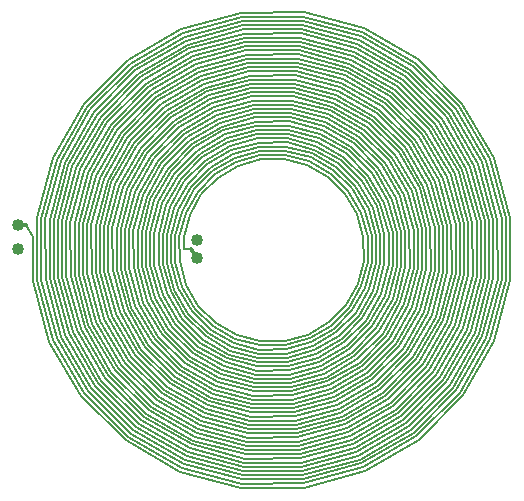
<source format=gbl>
G04*
G04 #@! TF.GenerationSoftware,Altium Limited,Altium Designer,23.7.1 (13)*
G04*
G04 Layer_Physical_Order=4*
G04 Layer_Color=16711680*
%FSLAX25Y25*%
%MOIN*%
G70*
G04*
G04 #@! TF.SameCoordinates,EF7137CB-2ACC-42BF-A9FD-E08E9475024B*
G04*
G04*
G04 #@! TF.FilePolarity,Positive*
G04*
G01*
G75*
%ADD26C,0.01400*%
%ADD28C,0.00799*%
%ADD29C,0.04000*%
D26*
X99815Y99547D02*
X102061Y96547D01*
X42419Y107547D02*
X44819D01*
D28*
X47219Y99547D02*
X47277Y89032D01*
X52774Y68742D01*
X63327Y50580D01*
X78211Y35778D01*
X96406Y25341D01*
X116666Y19972D01*
X137611Y20030D01*
X157812Y25504D01*
X175895Y36011D01*
X190632Y50830D01*
X201023Y68944D01*
X206368Y89117D01*
X206310Y109969D02*
X206368Y89117D01*
X200860Y130081D02*
X206310Y109969D01*
X190399Y148085D02*
X200860Y130081D01*
X175645Y162756D02*
X190399Y148085D01*
X157610Y173102D02*
X175645Y162756D01*
X137527Y178423D02*
X157610Y173102D01*
X116766Y178364D02*
X137527Y178423D01*
X96742Y172939D02*
X116766Y178364D01*
X78819Y162523D02*
X96742Y172939D01*
X64212Y147835D02*
X78819Y162523D01*
X53913Y129879D02*
X64212Y147835D01*
X48616Y109885D02*
X53913Y129879D01*
X48616Y109885D02*
X48674Y89216D01*
X54076Y69281D01*
X64445Y51437D01*
X79069Y36896D01*
X96945Y26643D01*
X116850Y21369D01*
X137427Y21427D01*
X157273Y26805D01*
X175038Y37129D01*
X189514Y51688D01*
X199721Y69484D01*
X204971Y89300D01*
X204913Y109785D02*
X204971Y89300D01*
X199558Y129542D02*
X204913Y109785D01*
X189281Y147227D02*
X199558Y129542D01*
X174787Y161638D02*
X189281Y147227D01*
X157071Y171800D02*
X174787Y161638D01*
X137343Y177026D02*
X157071Y171800D01*
X116950Y176967D02*
X137343Y177026D01*
X97282Y171637D02*
X116950Y176967D01*
X79677Y161406D02*
X97282Y171637D01*
X65330Y146977D02*
X79677Y161406D01*
X55215Y129340D02*
X65330Y146977D01*
X50013Y109701D02*
X55215Y129340D01*
X50013Y109701D02*
X50071Y89400D01*
X55378Y69821D01*
X65563Y52295D01*
X79927Y38014D01*
X97484Y27944D01*
X117034Y22766D01*
X137243Y22824D01*
X156734Y28107D01*
X174180Y38247D01*
X188396Y52545D01*
X198419Y70023D01*
X203574Y89484D01*
X203516Y109601D02*
X203574Y89484D01*
X198257Y129003D02*
X203516Y109601D01*
X188163Y146369D02*
X198257Y129003D01*
X173930Y160521D02*
X188163Y146369D01*
X156532Y170498D02*
X173930Y160521D01*
X137159Y175629D02*
X156532Y170498D01*
X117134Y175570D02*
X137159Y175629D01*
X97821Y170335D02*
X117134Y175570D01*
X80534Y160288D02*
X97821Y170335D01*
X66448Y146119D02*
X80534Y160288D01*
X56517Y128801D02*
X66448Y146119D01*
X51410Y109517D02*
X56517Y128801D01*
X51410Y109517D02*
X51468Y89584D01*
X56679Y70360D01*
X66681Y53153D01*
X80785Y39132D01*
X98023Y29246D01*
X117218Y24163D01*
X137059Y24221D01*
X156195Y29409D01*
X173322Y39365D01*
X187278Y53403D01*
X197118Y70562D01*
X202177Y89668D01*
X202119Y109417D02*
X202177Y89668D01*
X196955Y128464D02*
X202119Y109417D01*
X187045Y145512D02*
X196955Y128464D01*
X173072Y159403D02*
X187045Y145512D01*
X155992Y169196D02*
X173072Y159403D01*
X136975Y174232D02*
X155992Y169196D01*
X117318Y174173D02*
X136975Y174232D01*
X98360Y169034D02*
X117318Y174173D01*
X81392Y159170D02*
X98360Y169034D01*
X67566Y145261D02*
X81392Y159170D01*
X57819Y128262D02*
X67566Y145261D01*
X52807Y109333D02*
X57819Y128262D01*
X52807Y109333D02*
X52865Y89768D01*
X57981Y70899D01*
X67799Y54011D01*
X81642Y40250D01*
X98562Y30548D01*
X117402Y25560D01*
X136875Y25618D01*
X155655Y30711D01*
X172464Y40483D01*
X186160Y54261D01*
X195816Y71101D01*
X200780Y89852D01*
X200722Y109233D02*
X200780Y89852D01*
X195653Y127925D02*
X200722Y109233D01*
X185927Y144654D02*
X195653Y127925D01*
X172214Y158285D02*
X185927Y144654D01*
X155453Y167894D02*
X172214Y158285D01*
X136791Y172835D02*
X155453Y167894D01*
X117502Y172776D02*
X136791Y172835D01*
X98899Y167732D02*
X117502Y172776D01*
X82250Y158052D02*
X98899Y167732D01*
X68684Y144404D02*
X82250Y158052D01*
X59120Y127722D02*
X68684Y144404D01*
X54204Y109149D02*
X59120Y127722D01*
X54204Y109149D02*
X54262Y89952D01*
X59283Y71438D01*
X68917Y54868D01*
X82500Y41368D01*
X99102Y31850D01*
X117586Y26957D01*
X136691Y27015D01*
X155116Y32013D01*
X171606Y41600D01*
X185042Y55119D01*
X194514Y71640D01*
X199383Y90036D01*
X199325Y109050D02*
X199383Y90036D01*
X194351Y127385D02*
X199325Y109050D01*
X184809Y143796D02*
X194351Y127385D01*
X171356Y157167D02*
X184809Y143796D01*
X154914Y166593D02*
X171356Y157167D01*
X136607Y171438D02*
X154914Y166593D01*
X117686Y171379D02*
X136607Y171438D01*
X99439Y166430D02*
X117686Y171379D01*
X83108Y156934D02*
X99439Y166430D01*
X69802Y143546D02*
X83108Y156934D01*
X60422Y127183D02*
X69802Y143546D01*
X55601Y108965D02*
X60422Y127183D01*
X55601Y108965D02*
X55659Y90136D01*
X60585Y71978D01*
X70035Y55726D01*
X83358Y42485D01*
X99641Y33152D01*
X117770Y28354D01*
X136508Y28412D01*
X154577Y33314D01*
X170749Y42718D01*
X183924Y55976D01*
X193212Y72180D01*
X197986Y90220D01*
X197928Y108866D02*
X197986Y90220D01*
X193050Y126846D02*
X197928Y108866D01*
X183692Y142938D02*
X193050Y126846D01*
X170498Y156049D02*
X183692Y142938D01*
X154375Y165291D02*
X170498Y156049D01*
X136423Y170041D02*
X154375Y165291D01*
X117870Y169982D02*
X136423Y170041D01*
X99978Y165128D02*
X117870Y169982D01*
X83965Y155816D02*
X99978Y165128D01*
X70920Y142688D02*
X83965Y155816D01*
X61724Y126644D02*
X70920Y142688D01*
X56998Y108781D02*
X61724Y126644D01*
X56998Y108781D02*
X57056Y90320D01*
X61887Y72517D01*
X71153Y56584D01*
X84216Y43603D01*
X100180Y34453D01*
X117954Y29751D01*
X136324Y29809D01*
X154038Y34616D01*
X169891Y43836D01*
X182807Y56834D01*
X191910Y72719D01*
X196589Y90404D01*
X196531Y108682D02*
X196589Y90404D01*
X191748Y126307D02*
X196531Y108682D01*
X182574Y142080D02*
X191748Y126307D01*
X169641Y154931D02*
X182574Y142080D01*
X153835Y163989D02*
X169641Y154931D01*
X136239Y168644D02*
X153835Y163989D01*
X118053Y168585D02*
X136239Y168644D01*
X100517Y163826D02*
X118053Y168585D01*
X84823Y154698D02*
X100517Y163826D01*
X72038Y141830D02*
X84823Y154698D01*
X63026Y126105D02*
X72038Y141830D01*
X58395Y108598D02*
X63026Y126105D01*
X58395Y108598D02*
X58453Y90504D01*
X63188Y73056D01*
X72271Y57442D01*
X85074Y44721D01*
X100719Y35755D01*
X118138Y31148D01*
X136140Y31206D01*
X153498Y35918D01*
X169033Y44954D01*
X181689Y57692D01*
X190609Y73258D01*
X195192Y90588D01*
X195134Y108498D02*
X195192Y90588D01*
X190446Y125768D02*
X195134Y108498D01*
X181456Y141223D02*
X190446Y125768D01*
X168783Y153813D02*
X181456Y141223D01*
X153296Y162687D02*
X168783Y153813D01*
X136056Y167247D02*
X153296Y162687D01*
X118237Y167188D02*
X136056Y167247D01*
X101056Y162524D02*
X118237Y167188D01*
X85681Y153580D02*
X101056Y162524D01*
X73155Y140972D02*
X85681Y153580D01*
X64328Y125566D02*
X73155Y140972D01*
X59792Y108414D02*
X64328Y125566D01*
X59792Y108414D02*
X59850Y90687D01*
X64490Y73595D01*
X73388Y58300D01*
X85931Y45839D01*
X101259Y37057D01*
X118322Y32545D01*
X135956Y32603D01*
X152959Y37220D01*
X168175Y46072D01*
X180571Y58550D01*
X189307Y73797D01*
X193795Y90772D01*
X193737Y108314D02*
X193795Y90772D01*
X189144Y125229D02*
X193737Y108314D01*
X180338Y140365D02*
X189144Y125229D01*
X167925Y152695D02*
X180338Y140365D01*
X152757Y161386D02*
X167925Y152695D01*
X135872Y165850D02*
X152757Y161386D01*
X118421Y165791D02*
X135872Y165850D01*
X101595Y161223D02*
X118421Y165791D01*
X86539Y152462D02*
X101595Y161223D01*
X74273Y140115D02*
X86539Y152462D01*
X65629Y125026D02*
X74273Y140115D01*
X61189Y108230D02*
X65629Y125026D01*
X61189Y108230D02*
X61247Y90871D01*
X65792Y74134D01*
X74506Y59157D01*
X86789Y46957D01*
X101798Y38359D01*
X118506Y33942D01*
X135772Y34000D01*
X152420Y38522D01*
X167317Y47190D01*
X179453Y59408D01*
X188005Y74337D01*
X192398Y90956D01*
X192340Y108130D02*
X192398Y90956D01*
X187842Y124689D02*
X192340Y108130D01*
X179220Y139507D02*
X187842Y124689D01*
X167067Y151577D02*
X179220Y139507D01*
X152218Y160084D02*
X167067Y151577D01*
X135688Y164453D02*
X152218Y160084D01*
X118605Y164394D02*
X135688Y164453D01*
X102135Y159921D02*
X118605Y164394D01*
X87397Y151345D02*
X102135Y159921D01*
X75391Y139257D02*
X87397Y151345D01*
X66931Y124487D02*
X75391Y139257D01*
X62586Y108046D02*
X66931Y124487D01*
X62586Y108046D02*
X62644Y91055D01*
X67094Y74674D01*
X75624Y60015D01*
X87647Y48075D01*
X102337Y39661D01*
X118690Y35339D01*
X135588Y35397D01*
X151881Y39823D01*
X166460Y48308D01*
X178335Y60265D01*
X186703Y74876D01*
X191001Y91140D01*
X190943Y107946D02*
X191001Y91140D01*
X186540Y124150D02*
X190943Y107946D01*
X178102Y138649D02*
X186540Y124150D01*
X166209Y150460D02*
X178102Y138649D01*
X151679Y158782D02*
X166209Y150460D01*
X135504Y163056D02*
X151679Y158782D01*
X118789Y162997D02*
X135504Y163056D01*
X102674Y158619D02*
X118789Y162997D01*
X88254Y150227D02*
X102674Y158619D01*
X76509Y138399D02*
X88254Y150227D01*
X68233Y123948D02*
X76509Y138399D01*
X63983Y107862D02*
X68233Y123948D01*
X63983Y107862D02*
X64041Y91239D01*
X68396Y75213D01*
X76742Y60873D01*
X88505Y49193D01*
X102876Y40962D01*
X118873Y36736D01*
X135404Y36794D01*
X151342Y41125D01*
X165602Y49426D01*
X177217Y61123D01*
X185401Y75415D01*
X189604Y91324D01*
X189546Y107762D02*
X189604Y91324D01*
X185239Y123611D02*
X189546Y107762D01*
X176984Y137792D02*
X185239Y123611D01*
X165352Y149342D02*
X176984Y137792D01*
X151139Y157480D02*
X165352Y149342D01*
X135320Y161659D02*
X151139Y157480D01*
X118973Y161600D02*
X135320Y161659D01*
X103213Y157317D02*
X118973Y161600D01*
X89112Y149109D02*
X103213Y157317D01*
X77627Y137541D02*
X89112Y149109D01*
X69535Y123409D02*
X77627Y137541D01*
X65380Y107678D02*
X69535Y123409D01*
X65380Y107678D02*
X65438Y91423D01*
X69697Y75752D01*
X77860Y61731D01*
X89362Y50310D01*
X103415Y42264D01*
X119057Y38133D01*
X135220Y38191D01*
X150802Y42427D01*
X164744Y50543D01*
X176099Y61981D01*
X184100Y75954D01*
X188207Y91507D01*
X188149Y107578D02*
X188207Y91507D01*
X183937Y123072D02*
X188149Y107578D01*
X175866Y136934D02*
X183937Y123072D01*
X164494Y148224D02*
X175866Y136934D01*
X150600Y156178D02*
X164494Y148224D01*
X135136Y160262D02*
X150600Y156178D01*
X119157Y160203D02*
X135136Y160262D01*
X103752Y156016D02*
X119157Y160203D01*
X89970Y147991D02*
X103752Y156016D01*
X78745Y136684D02*
X89970Y147991D01*
X70836Y122869D02*
X78745Y136684D01*
X66777Y107494D02*
X70836Y122869D01*
X66777Y107494D02*
X66835Y91607D01*
X70999Y76291D01*
X78978Y62589D01*
X90220Y51428D01*
X103955Y43566D01*
X119241Y39530D01*
X135036Y39588D01*
X150263Y43729D01*
X163886Y51661D01*
X174981Y62839D01*
X182798Y76494D01*
X186810Y91691D01*
X186752Y107394D02*
X186810Y91691D01*
X182635Y122532D02*
X186752Y107394D01*
X174749Y136076D02*
X182635Y122532D01*
X163636Y147106D02*
X174749Y136076D01*
X150061Y154876D02*
X163636Y147106D01*
X134952Y158865D02*
X150061Y154876D01*
X119341Y158806D02*
X134952Y158865D01*
X104292Y154714D02*
X119341Y158806D01*
X90828Y146873D02*
X104292Y154714D01*
X79863Y135826D02*
X90828Y146873D01*
X72138Y122330D02*
X79863Y135826D01*
X68174Y107310D02*
X72138Y122330D01*
X68174Y107310D02*
X68232Y91791D01*
X72301Y76831D01*
X80096Y63446D01*
X91078Y52546D01*
X104494Y44868D01*
X119425Y40927D01*
X134852Y40985D01*
X149724Y45031D01*
X163029Y52779D01*
X173864Y63696D01*
X181496Y77033D01*
X185413Y91875D01*
X185355Y107210D02*
X185413Y91875D01*
X181333Y121993D02*
X185355Y107210D01*
X173631Y135218D02*
X181333Y121993D01*
X162778Y145988D02*
X173631Y135218D01*
X149522Y153575D02*
X162778Y145988D01*
X134768Y157468D02*
X149522Y153575D01*
X119525Y157409D02*
X134768Y157468D01*
X104831Y153412D02*
X119525Y157409D01*
X91685Y145755D02*
X104831Y153412D01*
X80981Y134968D02*
X91685Y145755D01*
X73440Y121791D02*
X80981Y134968D01*
X69571Y107126D02*
X73440Y121791D01*
X69571Y107126D02*
X69629Y91975D01*
X73603Y77370D01*
X81213Y64304D01*
X91936Y53664D01*
X105033Y46170D01*
X119609Y42324D01*
X134668Y42382D01*
X149185Y46332D01*
X162171Y53897D01*
X172746Y64554D01*
X180194Y77572D01*
X184016Y92059D01*
X183958Y107027D02*
X184016Y92059D01*
X180032Y121454D02*
X183958Y107027D01*
X172513Y134360D02*
X180032Y121454D01*
X161921Y144870D02*
X172513Y134360D01*
X148983Y152273D02*
X161921Y144870D01*
X134584Y156071D02*
X148983Y152273D01*
X119709Y156012D02*
X134584Y156071D01*
X105370Y152110D02*
X119709Y156012D01*
X92543Y144637D02*
X105370Y152110D01*
X82099Y134110D02*
X92543Y144637D01*
X74742Y121252D02*
X82099Y134110D01*
X70968Y106942D02*
X74742Y121252D01*
X70968Y106942D02*
X71026Y92159D01*
X74905Y77909D01*
X82331Y65162D01*
X92794Y54782D01*
X105572Y47471D01*
X119793Y43721D01*
X134485Y43779D01*
X148645Y47634D01*
X161313Y55015D01*
X171628Y65412D01*
X178893Y78111D01*
X182619Y92243D01*
X182561Y106843D02*
X182619Y92243D01*
X178730Y120915D02*
X182561Y106843D01*
X171395Y133503D02*
X178730Y120915D01*
X161063Y143752D02*
X171395Y133503D01*
X148443Y150971D02*
X161063Y143752D01*
X134400Y154674D02*
X148443Y150971D01*
X119893Y154615D02*
X134400Y154674D01*
X105909Y150808D02*
X119893Y154615D01*
X93401Y143519D02*
X105909Y150808D01*
X83216Y133253D02*
X93401Y143519D01*
X76044Y120713D02*
X83216Y133253D01*
X72365Y106758D02*
X76044Y120713D01*
X72365Y106758D02*
X72423Y92343D01*
X76206Y78448D01*
X83449Y66020D01*
X93651Y55900D01*
X106112Y48773D01*
X119977Y45118D01*
X134301Y45176D01*
X148106Y48936D01*
X160455Y56133D01*
X170510Y66270D01*
X177591Y78650D01*
X181222Y92427D01*
X181164Y106659D02*
X181222Y92427D01*
X177428Y120376D02*
X181164Y106659D01*
X170277Y132645D02*
X177428Y120376D01*
X160205Y142634D02*
X170277Y132645D01*
X147904Y149669D02*
X160205Y142634D01*
X134216Y153277D02*
X147904Y149669D01*
X120077Y153218D02*
X134216Y153277D01*
X106448Y149507D02*
X120077Y153218D01*
X94259Y142402D02*
X106448Y149507D01*
X84334Y132395D02*
X94259Y142402D01*
X77345Y120173D02*
X84334Y132395D01*
X73762Y106574D02*
X77345Y120173D01*
X73762Y106574D02*
X73820Y92527D01*
X77508Y78987D01*
X84567Y66877D01*
X94509Y57018D01*
X106651Y50075D01*
X120161Y46515D01*
X134117Y46573D01*
X147567Y50238D01*
X159598Y57251D01*
X169392Y67128D01*
X176289Y79190D01*
X179825Y92611D01*
X179767Y106475D02*
X179825Y92611D01*
X176126Y119836D02*
X179767Y106475D01*
X169159Y131787D02*
X176126Y119836D01*
X159347Y141517D02*
X169159Y131787D01*
X147365Y148368D02*
X159347Y141517D01*
X134032Y151880D02*
X147365Y148368D01*
X120261Y151821D02*
X134032Y151880D01*
X106988Y148205D02*
X120261Y151821D01*
X95117Y141284D02*
X106988Y148205D01*
X85452Y131537D02*
X95117Y141284D01*
X78647Y119634D02*
X85452Y131537D01*
X75159Y106391D02*
X78647Y119634D01*
X75159Y106391D02*
X75217Y92711D01*
X78810Y79527D01*
X85685Y67735D01*
X95367Y58136D01*
X107190Y51377D01*
X120345Y47912D01*
X133933Y47970D01*
X147028Y51539D01*
X158740Y58368D01*
X168274Y67985D01*
X174987Y79729D01*
X178428Y92795D01*
X178370Y106291D02*
X178428Y92795D01*
X174824Y119297D02*
X178370Y106291D01*
X168041Y130929D02*
X174824Y119297D01*
X158490Y140399D02*
X168041Y130929D01*
X146826Y147066D02*
X158490Y140399D01*
X133849Y150483D02*
X146826Y147066D01*
X120444Y150424D02*
X133849Y150483D01*
X107527Y146903D02*
X120444Y150424D01*
X95974Y140166D02*
X107527Y146903D01*
X86570Y130679D02*
X95974Y140166D01*
X79949Y119095D02*
X86570Y130679D01*
X76556Y106207D02*
X79949Y119095D01*
X76556Y106207D02*
X76614Y92895D01*
X80112Y80066D01*
X86803Y68593D01*
X96225Y59254D01*
X107729Y52679D01*
X120529Y49309D01*
X133749Y49367D01*
X146489Y52841D01*
X157882Y59486D01*
X167156Y68843D01*
X173685Y80268D01*
X177031Y92979D01*
X176973Y106107D02*
X177031Y92979D01*
X173523Y118758D02*
X176973Y106107D01*
X166923Y130071D02*
X173523Y118758D01*
X157632Y139281D02*
X166923Y130071D01*
X146286Y145764D02*
X157632Y139281D01*
X133665Y149086D02*
X146286Y145764D01*
X120628Y149027D02*
X133665Y149086D01*
X108066Y145601D02*
X120628Y149027D01*
X96832Y139048D02*
X108066Y145601D01*
X87688Y129821D02*
X96832Y139048D01*
X81251Y118556D02*
X87688Y129821D01*
X77953Y106023D02*
X81251Y118556D01*
X77953Y106023D02*
X78011Y93078D01*
X81414Y80605D01*
X87921Y69451D01*
X97082Y60371D01*
X108268Y53980D01*
X120713Y50706D01*
X133565Y50764D01*
X145949Y54143D01*
X157024Y60604D01*
X166038Y69701D01*
X172383Y80807D01*
X175634Y93163D01*
X175576Y105923D02*
X175634Y93163D01*
X172221Y118219D02*
X175576Y105923D01*
X165805Y129214D02*
X172221Y118219D01*
X156774Y138163D02*
X165805Y129214D01*
X145747Y144462D02*
X156774Y138163D01*
X133481Y147689D02*
X145747Y144462D01*
X120812Y147630D02*
X133481Y147689D01*
X108605Y144299D02*
X120812Y147630D01*
X97690Y137930D02*
X108605Y144299D01*
X88806Y128964D02*
X97690Y137930D01*
X82553Y118016D02*
X88806Y128964D01*
X79350Y105839D02*
X82553Y118016D01*
X79350Y105839D02*
X79408Y93262D01*
X82715Y81144D01*
X89039Y70309D01*
X97940Y61489D01*
X108808Y55282D01*
X120896Y52103D01*
X133381Y52161D01*
X145410Y55445D01*
X156166Y61722D01*
X164920Y70559D01*
X171082Y81346D01*
X174237Y93347D01*
X174179Y105739D02*
X174237Y93347D01*
X170919Y117679D02*
X174179Y105739D01*
X164688Y128356D02*
X170919Y117679D01*
X155916Y137045D02*
X164688Y128356D01*
X145208Y143160D02*
X155916Y137045D01*
X133297Y146292D02*
X145208Y143160D01*
X120996Y146233D02*
X133297Y146292D01*
X109145Y142998D02*
X120996Y146233D01*
X98548Y136812D02*
X109145Y142998D01*
X89924Y128106D02*
X98548Y136812D01*
X83854Y117477D02*
X89924Y128106D01*
X80747Y105655D02*
X83854Y117477D01*
X80747Y105655D02*
X80805Y93446D01*
X84017Y81683D01*
X90157Y71166D01*
X98798Y62607D01*
X109347Y56584D01*
X121081Y53500D01*
X133197Y53558D01*
X144871Y56747D01*
X155309Y62840D01*
X163803Y71416D01*
X169780Y81886D01*
X172840Y93530D01*
X172782Y105555D02*
X172840Y93530D01*
X169617Y117140D02*
X172782Y105555D01*
X163570Y127498D02*
X169617Y117140D01*
X155058Y135927D02*
X163570Y127498D01*
X144669Y141858D02*
X155058Y135927D01*
X133113Y144895D02*
X144669Y141858D01*
X121180Y144836D02*
X133113Y144895D01*
X109684Y141696D02*
X121180Y144836D01*
X99405Y135694D02*
X109684Y141696D01*
X91041Y127248D02*
X99405Y135694D01*
X85156Y116938D02*
X91041Y127248D01*
X82144Y105471D02*
X85156Y116938D01*
X82144Y105471D02*
X82202Y93630D01*
X85319Y82223D01*
X91274Y72024D01*
X99656Y63725D01*
X109886Y57886D01*
X121264Y54897D01*
X133013Y54955D01*
X144332Y58048D01*
X154451Y63958D01*
X162685Y72274D01*
X168478Y82425D01*
X171443Y93714D01*
X171385Y105371D02*
X171443Y93714D01*
X168315Y116601D02*
X171385Y105371D01*
X162452Y126640D02*
X168315Y116601D01*
X154201Y134809D02*
X162452Y126640D01*
X144130Y140557D02*
X154201Y134809D01*
X132929Y143498D02*
X144130Y140557D01*
X121364Y143439D02*
X132929Y143498D01*
X110223Y140394D02*
X121364Y143439D01*
X100263Y134576D02*
X110223Y140394D01*
X92159Y126390D02*
X100263Y134576D01*
X86458Y116399D02*
X92159Y126390D01*
X83541Y105287D02*
X86458Y116399D01*
X83541Y105287D02*
X83599Y93814D01*
X86621Y82762D01*
X92392Y72882D01*
X100514Y64843D01*
X110425Y59188D01*
X121448Y56294D01*
X132829Y56352D01*
X143792Y59350D01*
X153593Y65076D01*
X161567Y73132D01*
X167176Y82964D01*
X170046Y93898D01*
X169988Y105187D02*
X170046Y93898D01*
X167014Y116062D02*
X169988Y105187D01*
X161334Y125783D02*
X167014Y116062D01*
X153343Y133692D02*
X161334Y125783D01*
X143590Y139255D02*
X153343Y133692D01*
X132745Y142101D02*
X143590Y139255D01*
X121548Y142042D02*
X132745Y142101D01*
X110762Y139092D02*
X121548Y142042D01*
X101121Y133459D02*
X110762Y139092D01*
X93277Y125532D02*
X101121Y133459D01*
X87760Y115859D02*
X93277Y125532D01*
X84938Y105103D02*
X87760Y115859D01*
X84938Y105103D02*
X84996Y93998D01*
X87923Y83301D01*
X93510Y73740D01*
X101371Y65961D01*
X110965Y60489D01*
X121632Y57691D01*
X132645Y57749D01*
X143253Y60652D01*
X152735Y66194D01*
X160449Y73990D01*
X165875Y83503D01*
X168649Y94082D01*
X168591Y105003D02*
X168649Y94082D01*
X165712Y115523D02*
X168591Y105003D01*
X160216Y124925D02*
X165712Y115523D01*
X152485Y132574D02*
X160216Y124925D01*
X143051Y137953D02*
X152485Y132574D01*
X132561Y140704D02*
X143051Y137953D01*
X121732Y140645D02*
X132561Y140704D01*
X111302Y137790D02*
X121732Y140645D01*
X101979Y132341D02*
X111302Y137790D01*
X94395Y124675D02*
X101979Y132341D01*
X89062Y115320D02*
X94395Y124675D01*
X86335Y104919D02*
X89062Y115320D01*
X86335Y104919D02*
X86393Y94182D01*
X89224Y83840D01*
X94628Y74597D01*
X102229Y67079D01*
X111504Y61791D01*
X121816Y59088D01*
X132461Y59146D01*
X142714Y61954D01*
X151877Y67312D01*
X159331Y74848D01*
X164573Y84043D01*
X167252Y94266D01*
X167194Y104820D02*
X167252Y94266D01*
X164410Y114983D02*
X167194Y104820D01*
X159098Y124067D02*
X164410Y114983D01*
X151627Y131456D02*
X159098Y124067D01*
X142512Y136651D02*
X151627Y131456D01*
X132377Y139307D02*
X142512Y136651D01*
X121916Y139248D02*
X132377Y139307D01*
X111841Y136489D02*
X121916Y139248D01*
X102837Y131223D02*
X111841Y136489D01*
X95513Y123817D02*
X102837Y131223D01*
X90363Y114781D02*
X95513Y123817D01*
X87732Y104735D02*
X90363Y114781D01*
X87732Y104735D02*
X87790Y94366D01*
X90526Y84380D01*
X95746Y75455D01*
X103087Y68196D01*
X112043Y63093D01*
X122000Y60485D01*
X132278Y60543D01*
X142175Y63256D01*
X151020Y68429D01*
X158213Y75705D01*
X163271Y84582D01*
X165855Y94450D01*
X165797Y104636D02*
X165855Y94450D01*
X163108Y114444D02*
X165797Y104636D01*
X157980Y123209D02*
X163108Y114444D01*
X150769Y130338D02*
X157980Y123209D01*
X141973Y135350D02*
X150769Y130338D01*
X132193Y137910D02*
X141973Y135350D01*
X122100Y137851D02*
X132193Y137910D01*
X112380Y135187D02*
X122100Y137851D01*
X103694Y130105D02*
X112380Y135187D01*
X96631Y122959D02*
X103694Y130105D01*
X91665Y114242D02*
X96631Y122959D01*
X89129Y104551D02*
X91665Y114242D01*
X89129Y104551D02*
X89187Y94550D01*
X91828Y84919D01*
X96864Y76313D01*
X103945Y69314D01*
X112582Y64395D01*
X122184Y61882D01*
X132094Y61940D01*
X141636Y64557D01*
X150162Y69547D01*
X157095Y76563D01*
X161969Y85121D01*
X164458Y94634D01*
X164400Y104452D02*
X164458Y94634D01*
X161806Y113905D02*
X164400Y104452D01*
X156862Y122352D02*
X161806Y113905D01*
X149912Y129220D02*
X156862Y122352D01*
X141433Y134048D02*
X149912Y129220D01*
X132009Y136513D02*
X141433Y134048D01*
X122284Y136454D02*
X132009Y136513D01*
X112919Y133885D02*
X122284Y136454D01*
X104552Y128987D02*
X112919Y133885D01*
X97749Y122101D02*
X104552Y128987D01*
X92967Y113703D02*
X97749Y122101D01*
X90526Y104367D02*
X92967Y113703D01*
X90526Y104367D02*
X90584Y94734D01*
X93130Y85458D01*
X97982Y77171D01*
X104802Y70432D01*
X113121Y65697D01*
X122368Y63279D01*
X131910Y63337D01*
X141096Y65859D01*
X149304Y70665D01*
X155977Y77421D01*
X160667Y85660D01*
X163061Y94818D01*
X163003Y104268D02*
X163061Y94818D01*
X160505Y113366D02*
X163003Y104268D01*
X155745Y121494D02*
X160505Y113366D01*
X149054Y128102D02*
X155745Y121494D01*
X140894Y132746D02*
X149054Y128102D01*
X131825Y135116D02*
X140894Y132746D01*
X122468Y135057D02*
X131825Y135116D01*
X113458Y132583D02*
X122468Y135057D01*
X105410Y127869D02*
X113458Y132583D01*
X98867Y121244D02*
X105410Y127869D01*
X94269Y113163D02*
X98867Y121244D01*
X91923Y104183D02*
X94269Y113163D01*
X91923Y104183D02*
X91981Y94918D01*
X94432Y85997D01*
X99099Y78029D01*
X105660Y71550D01*
X113661Y66998D01*
X122552Y64676D01*
X131726Y64734D01*
X140557Y67161D01*
X148446Y71783D01*
X154860Y78279D01*
X159365Y86199D01*
X161664Y95002D01*
X161606Y104084D02*
X161664Y95002D01*
X159203Y112826D02*
X161606Y104084D01*
X154627Y120636D02*
X159203Y112826D01*
X148196Y126984D02*
X154627Y120636D01*
X140355Y131444D02*
X148196Y126984D01*
X131641Y133719D02*
X140355Y131444D01*
X122651Y133660D02*
X131641Y133719D01*
X113998Y131281D02*
X122651Y133660D01*
X106268Y126751D02*
X113998Y131281D01*
X99985Y120386D02*
X106268Y126751D01*
X95571Y112624D02*
X99985Y120386D01*
X93320Y103999D02*
X95571Y112624D01*
X93320Y103999D02*
X93378Y95101D01*
X95733Y86537D01*
X100217Y78886D01*
X106518Y72668D01*
X114200Y68300D01*
X122736Y66073D01*
X131542Y66131D01*
X140018Y68463D01*
X147589Y72901D01*
X153742Y79136D01*
X158064Y86739D01*
X160267Y95186D01*
X160209Y103900D02*
X160267Y95186D01*
X157901Y112287D02*
X160209Y103900D01*
X153509Y119778D02*
X157901Y112287D01*
X147338Y125866D02*
X153509Y119778D01*
X139816Y130142D02*
X147338Y125866D01*
X131457Y132322D02*
X139816Y130142D01*
X122835Y132263D02*
X131457Y132322D01*
X114537Y129980D02*
X122835Y132263D01*
X107125Y125633D02*
X114537Y129980D01*
X101102Y119528D02*
X107125Y125633D01*
X96872Y112085D02*
X101102Y119528D01*
X94717Y103816D02*
X96872Y112085D01*
X94717Y103816D02*
X94775Y95285D01*
X97035Y87076D01*
X101335Y79744D01*
X107376Y73786D01*
X114739Y69602D01*
X122920Y67470D01*
X131358Y67528D01*
X139479Y69765D01*
X146731Y74019D01*
X152624Y79994D01*
X156762Y87278D01*
X158870Y95370D01*
X158812Y103716D02*
X158870Y95370D01*
X156599Y111748D02*
X158812Y103716D01*
X152391Y118920D02*
X156599Y111748D01*
X146481Y124749D02*
X152391Y118920D01*
X139277Y128840D02*
X146481Y124749D01*
X131274Y130925D02*
X139277Y128840D01*
X123019Y130866D02*
X131274Y130925D01*
X115076Y128678D02*
X123019Y130866D01*
X107983Y124516D02*
X115076Y128678D01*
X102220Y118670D02*
X107983Y124516D01*
X98174Y111546D02*
X102220Y118670D01*
X96114Y103632D02*
X98174Y111546D01*
X96114Y103632D02*
X96172Y95469D01*
X98337Y87615D01*
X102453Y80602D01*
X108233Y74904D01*
X115278Y70904D01*
X123104Y68867D01*
X131174Y68925D01*
X138939Y71066D01*
X145873Y75137D01*
X151506Y80852D01*
X155460Y87817D01*
X157473Y95554D01*
X157415Y103532D02*
X157473Y95554D01*
X155297Y111209D02*
X157415Y103532D01*
X151273Y118063D02*
X155297Y111209D01*
X145623Y123631D02*
X151273Y118063D01*
X138737Y127539D02*
X145623Y123631D01*
X131090Y129528D02*
X138737Y127539D01*
X123203Y129469D02*
X131090Y129528D01*
X115615Y127376D02*
X123203Y129469D01*
X108841Y123398D02*
X115615Y127376D01*
X103338Y117813D02*
X108841Y123398D01*
X99476Y111007D02*
X103338Y117813D01*
X97511Y103448D02*
X99476Y111007D01*
X97511Y103448D02*
X97569Y99547D01*
X99815D01*
X47219D02*
Y103547D01*
X44819Y107547D02*
X47219Y103547D01*
D29*
X42453Y107500D02*
D03*
X102053Y102500D02*
D03*
X42453Y99500D02*
D03*
X102053Y96500D02*
D03*
M02*

</source>
